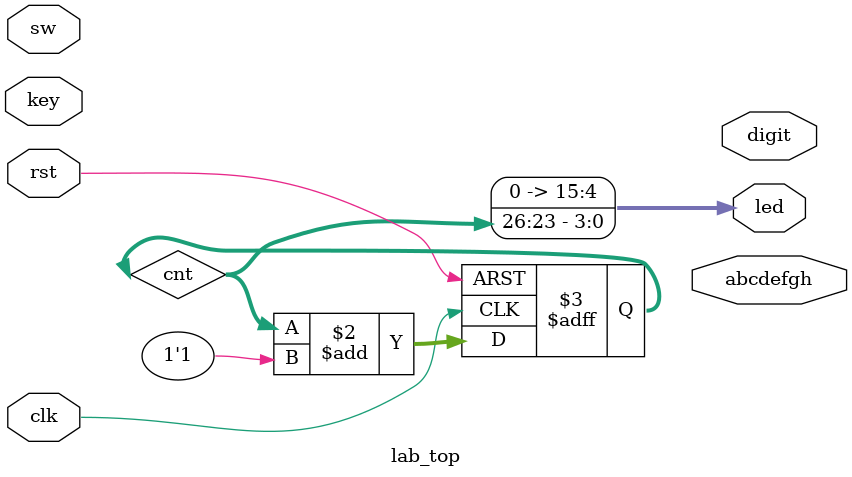
<source format=sv>
module lab_top
#(
    parameter CLK       = 100,
              KEY       = 5,
              SW        = 16,
              LED       = 16,
              DIGIT     = 4
)
(
input                   clk,                       
input                   rst,

//- - - - - Keys,Switches,LEDs - - - - - - - 

input        [KEY-1:0]   key,
input        [SW- 1:0]   sw,
output logic [LED-1:0]   led,

//- - - - - Seven Seg Display - - - - - - - 

output logic [      7:0] abcdefgh,
output wire  [DIGIT-1:0] digit
);

//assign abcdefgh         = '0;
//assign led              = '0;
//assign digit            = '0;

localparam CNT = $clog2 (CLK * 1000 *1000);
logic [CNT-1:0] cnt;

always_ff @(posedge clk or posedge rst) 
begin
    if(rst)
      cnt <= '0;
    else 
      cnt <= cnt + 1'b1;   
end

    assign led = cnt[$left(cnt)-:4];
    

   
endmodule
</source>
